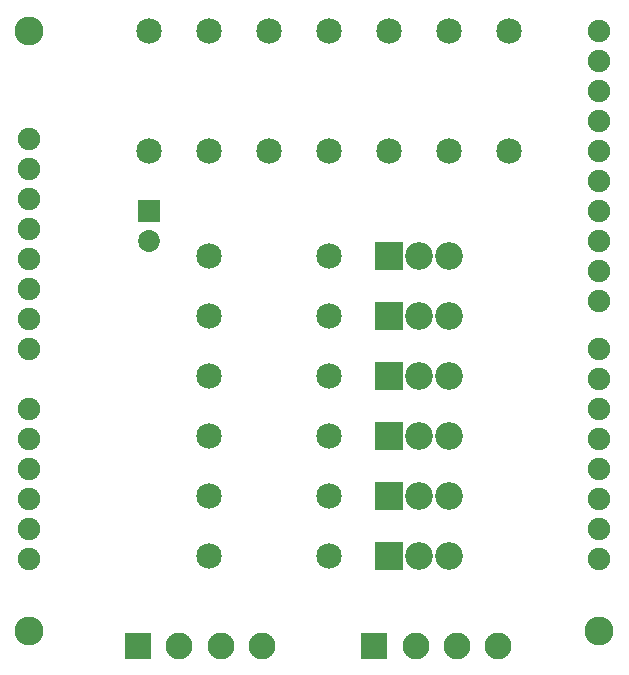
<source format=gts>
G04 MADE WITH FRITZING*
G04 WWW.FRITZING.ORG*
G04 DOUBLE SIDED*
G04 HOLES PLATED*
G04 CONTOUR ON CENTER OF CONTOUR VECTOR*
%ASAXBY*%
%FSLAX23Y23*%
%MOIN*%
%OFA0B0*%
%SFA1.0B1.0*%
%ADD10C,0.075278*%
%ADD11C,0.096614*%
%ADD12C,0.072992*%
%ADD13C,0.092000*%
%ADD14C,0.089370*%
%ADD15C,0.085000*%
%ADD16R,0.072992X0.072992*%
%ADD17R,0.092000X0.092000*%
%ADD18R,0.089370X0.089370*%
%LNMASK1*%
G90*
G70*
G54D10*
X103Y771D03*
X103Y671D03*
X103Y571D03*
X103Y471D03*
X103Y371D03*
X2003Y1231D03*
X2003Y1331D03*
X2003Y1431D03*
X2003Y1531D03*
X2003Y1631D03*
X2003Y1731D03*
X2003Y1831D03*
X2003Y1931D03*
X2003Y2031D03*
X2003Y2131D03*
X2003Y371D03*
X2003Y471D03*
X2003Y571D03*
X2003Y671D03*
X2003Y771D03*
X2003Y871D03*
X2003Y971D03*
X2003Y1071D03*
X103Y1671D03*
X103Y1771D03*
X103Y1571D03*
X103Y1471D03*
X103Y1371D03*
X103Y1271D03*
X103Y1171D03*
X103Y1071D03*
X103Y871D03*
G54D11*
X2003Y131D03*
X103Y131D03*
G54D12*
X503Y1529D03*
X503Y1431D03*
G54D13*
X1303Y981D03*
X1403Y981D03*
X1503Y981D03*
X1303Y1181D03*
X1403Y1181D03*
X1503Y1181D03*
X1303Y1381D03*
X1403Y1381D03*
X1503Y1381D03*
X1303Y381D03*
X1403Y381D03*
X1503Y381D03*
X1303Y581D03*
X1403Y581D03*
X1503Y581D03*
X1303Y781D03*
X1403Y781D03*
X1503Y781D03*
G54D14*
X465Y81D03*
X603Y81D03*
X741Y81D03*
X879Y81D03*
X1253Y81D03*
X1391Y81D03*
X1529Y81D03*
X1666Y81D03*
G54D15*
X1103Y981D03*
X703Y981D03*
X1103Y1181D03*
X703Y1181D03*
X1103Y1381D03*
X703Y1381D03*
X1103Y381D03*
X703Y381D03*
X1103Y581D03*
X703Y581D03*
X1103Y781D03*
X703Y781D03*
X903Y2131D03*
X903Y1731D03*
X703Y2131D03*
X703Y1731D03*
X503Y2131D03*
X503Y1731D03*
X1103Y1731D03*
X1103Y2131D03*
X1303Y2131D03*
X1303Y1731D03*
X1503Y2131D03*
X1503Y1731D03*
X1703Y2131D03*
X1703Y1731D03*
G54D11*
X103Y2131D03*
G54D16*
X503Y1529D03*
G54D17*
X1303Y981D03*
X1303Y1181D03*
X1303Y1381D03*
X1303Y381D03*
X1303Y581D03*
X1303Y781D03*
G54D18*
X465Y81D03*
X1253Y81D03*
G04 End of Mask1*
M02*
</source>
